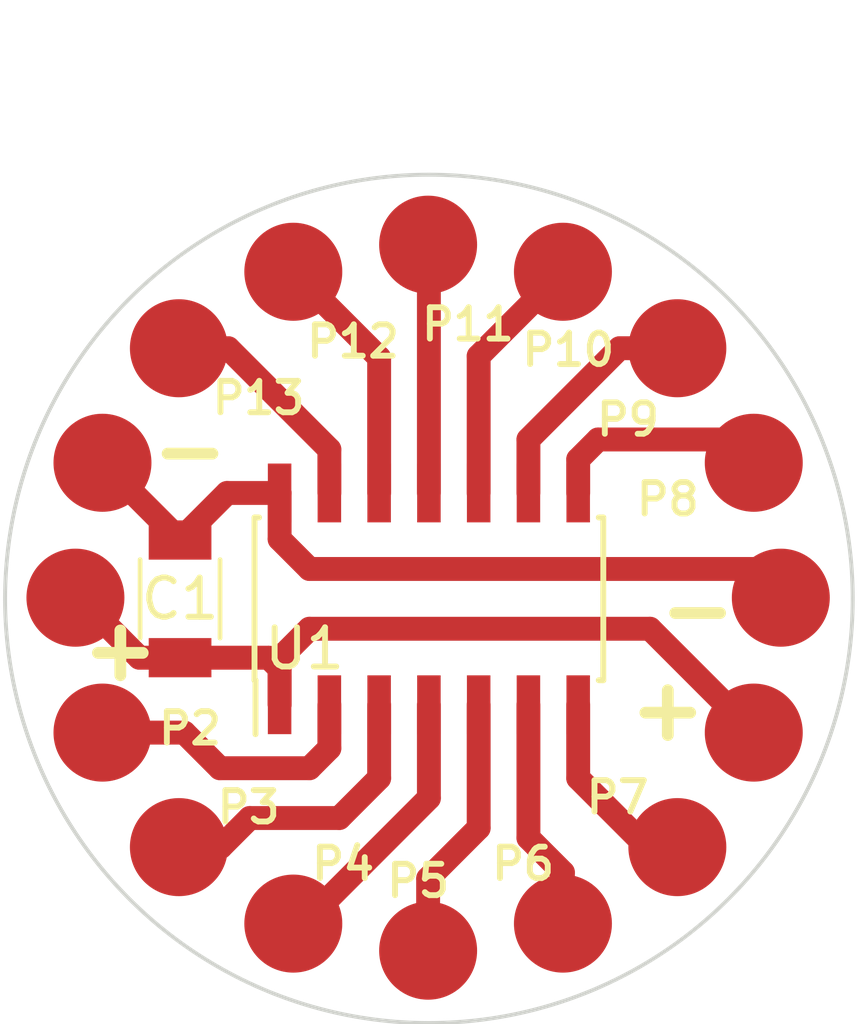
<source format=kicad_pcb>
(kicad_pcb (version 4) (host pcbnew 4.0.6)

  (general
    (links 18)
    (no_connects 0)
    (area 136.454847 76.764847 158.185153 98.495153)
    (thickness 1.6)
    (drawings 6)
    (tracks 56)
    (zones 0)
    (modules 18)
    (nets 15)
  )

  (page USLetter)
  (layers
    (0 F.Cu signal)
    (31 B.Cu signal)
    (34 B.Paste user)
    (35 F.Paste user)
    (36 B.SilkS user)
    (37 F.SilkS user)
    (38 B.Mask user)
    (39 F.Mask user)
    (40 Dwgs.User user)
    (44 Edge.Cuts user)
    (46 B.CrtYd user)
  )

  (setup
    (last_trace_width 0.1524)
    (user_trace_width 0.2032)
    (user_trace_width 0.254)
    (user_trace_width 0.3048)
    (user_trace_width 0.4064)
    (user_trace_width 0.5588)
    (user_trace_width 0.6096)
    (user_trace_width 2.032)
    (trace_clearance 0.1524)
    (zone_clearance 0.35)
    (zone_45_only no)
    (trace_min 0.1524)
    (segment_width 0.4)
    (edge_width 0.1)
    (via_size 0.6858)
    (via_drill 0.3302)
    (via_min_size 0.6858)
    (via_min_drill 0.3302)
    (user_via 1 0.5)
    (uvia_size 0.762)
    (uvia_drill 0.508)
    (uvias_allowed no)
    (uvia_min_size 0.508)
    (uvia_min_drill 0.127)
    (pcb_text_width 0.3)
    (pcb_text_size 1.5 1.5)
    (mod_edge_width 0.15)
    (mod_text_size 1 1)
    (mod_text_width 0.15)
    (pad_size 3 3)
    (pad_drill 0)
    (pad_to_mask_clearance 0)
    (aux_axis_origin 0 0)
    (grid_origin 210.82 95.25)
    (visible_elements 7FFFFFFF)
    (pcbplotparams
      (layerselection 0x010f0_80000000)
      (usegerberextensions true)
      (excludeedgelayer true)
      (linewidth 0.100000)
      (plotframeref false)
      (viasonmask false)
      (mode 1)
      (useauxorigin false)
      (hpglpennumber 1)
      (hpglpenspeed 20)
      (hpglpendiameter 15)
      (hpglpenoverlay 2)
      (psnegative false)
      (psa4output false)
      (plotreference true)
      (plotvalue true)
      (plotinvisibletext false)
      (padsonsilk false)
      (subtractmaskfromsilk false)
      (outputformat 1)
      (mirror false)
      (drillshape 0)
      (scaleselection 1)
      (outputdirectory gerbers/))
  )

  (net 0 "")
  (net 1 GND)
  (net 2 +BATT)
  (net 3 /RESET)
  (net 4 /D2)
  (net 5 /D3)
  (net 6 /D7)
  (net 7 /D8)
  (net 8 /D9)
  (net 9 /D10)
  (net 10 /D0)
  (net 11 /D1)
  (net 12 /D5-MISO)
  (net 13 /D6-SCK)
  (net 14 /D4-MOSI)

  (net_class Default "This is the default net class."
    (clearance 0.1524)
    (trace_width 0.1524)
    (via_dia 0.6858)
    (via_drill 0.3302)
    (uvia_dia 0.762)
    (uvia_drill 0.508)
    (add_net +BATT)
    (add_net /D0)
    (add_net /D1)
    (add_net /D10)
    (add_net /D2)
    (add_net /D3)
    (add_net /D4-MOSI)
    (add_net /D5-MISO)
    (add_net /D6-SCK)
    (add_net /D7)
    (add_net /D8)
    (add_net /D9)
    (add_net /RESET)
    (add_net GND)
  )

  (module footprints:SOIC-14_3.9x8.7mm_Pitch1.27mm (layer F.Cu) (tedit 5C8AB85A) (tstamp 5C62106F)
    (at 147.32 87.63 90)
    (descr "14-Lead Plastic Small Outline (SL) - Narrow, 3.90 mm Body [SOIC] (see Microchip Packaging Specification 00000049BS.pdf)")
    (tags "SOIC 1.27")
    (path /5B62CA43)
    (attr smd)
    (fp_text reference U1 (at -1.27 -3.175 360) (layer F.SilkS)
      (effects (font (size 1 1) (thickness 0.15)))
    )
    (fp_text value ATTINY84A-SSU (at 0 5.375 90) (layer F.Fab)
      (effects (font (size 1 1) (thickness 0.15)))
    )
    (fp_text user %R (at 0 0 90) (layer F.Fab)
      (effects (font (size 0.9 0.9) (thickness 0.135)))
    )
    (fp_line (start -0.95 -4.35) (end 1.95 -4.35) (layer F.Fab) (width 0.15))
    (fp_line (start 1.95 -4.35) (end 1.95 4.35) (layer F.Fab) (width 0.15))
    (fp_line (start 1.95 4.35) (end -1.95 4.35) (layer F.Fab) (width 0.15))
    (fp_line (start -1.95 4.35) (end -1.95 -3.35) (layer F.Fab) (width 0.15))
    (fp_line (start -1.95 -3.35) (end -0.95 -4.35) (layer F.Fab) (width 0.15))
    (fp_line (start -3.7 -4.65) (end -3.7 4.65) (layer F.CrtYd) (width 0.05))
    (fp_line (start 3.7 -4.65) (end 3.7 4.65) (layer F.CrtYd) (width 0.05))
    (fp_line (start -3.7 -4.65) (end 3.7 -4.65) (layer F.CrtYd) (width 0.05))
    (fp_line (start -3.7 4.65) (end 3.7 4.65) (layer F.CrtYd) (width 0.05))
    (fp_line (start -2.075 -4.45) (end -2.075 -4.425) (layer F.SilkS) (width 0.15))
    (fp_line (start 2.075 -4.45) (end 2.075 -4.335) (layer F.SilkS) (width 0.15))
    (fp_line (start 2.075 4.45) (end 2.075 4.335) (layer F.SilkS) (width 0.15))
    (fp_line (start -2.075 4.45) (end -2.075 4.335) (layer F.SilkS) (width 0.15))
    (fp_line (start -2.075 -4.45) (end 2.075 -4.45) (layer F.SilkS) (width 0.15))
    (fp_line (start -2.075 4.45) (end 2.075 4.45) (layer F.SilkS) (width 0.15))
    (fp_line (start -2.075 -4.425) (end -3.45 -4.425) (layer F.SilkS) (width 0.15))
    (pad 1 smd rect (at -2.7 -3.81 90) (size 1.5 0.6) (layers F.Cu F.Paste F.Mask)
      (net 2 +BATT))
    (pad 2 smd rect (at -2.7 -2.54 90) (size 1.5 0.6) (layers F.Cu F.Paste F.Mask)
      (net 10 /D0))
    (pad 3 smd rect (at -2.7 -1.27 90) (size 1.5 0.6) (layers F.Cu F.Paste F.Mask)
      (net 11 /D1))
    (pad 4 smd rect (at -2.7 0 90) (size 1.5 0.6) (layers F.Cu F.Paste F.Mask)
      (net 3 /RESET))
    (pad 5 smd rect (at -2.7 1.27 90) (size 1.5 0.6) (layers F.Cu F.Paste F.Mask)
      (net 4 /D2))
    (pad 6 smd rect (at -2.7 2.54 90) (size 1.5 0.6) (layers F.Cu F.Paste F.Mask)
      (net 5 /D3))
    (pad 7 smd rect (at -2.7 3.81 90) (size 1.5 0.6) (layers F.Cu F.Paste F.Mask)
      (net 14 /D4-MOSI))
    (pad 8 smd rect (at 2.7 3.81 90) (size 1.5 0.6) (layers F.Cu F.Paste F.Mask)
      (net 12 /D5-MISO))
    (pad 9 smd rect (at 2.7 2.54 90) (size 1.5 0.6) (layers F.Cu F.Paste F.Mask)
      (net 13 /D6-SCK))
    (pad 10 smd rect (at 2.7 1.27 90) (size 1.5 0.6) (layers F.Cu F.Paste F.Mask)
      (net 6 /D7))
    (pad 11 smd rect (at 2.7 0 90) (size 1.5 0.6) (layers F.Cu F.Paste F.Mask)
      (net 7 /D8))
    (pad 12 smd rect (at 2.7 -1.27 90) (size 1.5 0.6) (layers F.Cu F.Paste F.Mask)
      (net 8 /D9))
    (pad 13 smd rect (at 2.7 -2.54 90) (size 1.5 0.6) (layers F.Cu F.Paste F.Mask)
      (net 9 /D10))
    (pad 14 smd rect (at 2.7 -3.81 90) (size 1.5 0.6) (layers F.Cu F.Paste F.Mask)
      (net 1 GND))
    (model ${KISYS3DMOD}/Housings_SOIC.3dshapes/SOIC-14_3.9x8.7mm_Pitch1.27mm.wrl
      (at (xyz 0 0 0))
      (scale (xyz 1 1 1))
      (rotate (xyz 0 0 0))
    )
  )

  (module footprints:C_1206 (layer F.Cu) (tedit 5B765BF3) (tstamp 5C6213A5)
    (at 140.97 87.63 90)
    (descr "Capacitor SMD 1206, reflow soldering, AVX (see smccp.pdf)")
    (tags "capacitor 1206")
    (path /553FDF53)
    (attr smd)
    (fp_text reference C1 (at 0 0 360) (layer F.SilkS)
      (effects (font (size 1 1) (thickness 0.15)))
    )
    (fp_text value "0.1 uF" (at 0 2 90) (layer F.Fab)
      (effects (font (size 1 1) (thickness 0.15)))
    )
    (fp_text user %R (at 0 -1.75 90) (layer F.Fab)
      (effects (font (size 1 1) (thickness 0.15)))
    )
    (fp_line (start -1.6 0.8) (end -1.6 -0.8) (layer F.Fab) (width 0.1))
    (fp_line (start 1.6 0.8) (end -1.6 0.8) (layer F.Fab) (width 0.1))
    (fp_line (start 1.6 -0.8) (end 1.6 0.8) (layer F.Fab) (width 0.1))
    (fp_line (start -1.6 -0.8) (end 1.6 -0.8) (layer F.Fab) (width 0.1))
    (fp_line (start 1 -1.02) (end -1 -1.02) (layer F.SilkS) (width 0.12))
    (fp_line (start -1 1.02) (end 1 1.02) (layer F.SilkS) (width 0.12))
    (fp_line (start -2.25 -1.05) (end 2.25 -1.05) (layer F.CrtYd) (width 0.05))
    (fp_line (start -2.25 -1.05) (end -2.25 1.05) (layer F.CrtYd) (width 0.05))
    (fp_line (start 2.25 1.05) (end 2.25 -1.05) (layer F.CrtYd) (width 0.05))
    (fp_line (start 2.25 1.05) (end -2.25 1.05) (layer F.CrtYd) (width 0.05))
    (pad 1 smd rect (at -1.5 0 90) (size 1 1.6) (layers F.Cu F.Paste F.Mask)
      (net 2 +BATT))
    (pad 2 smd rect (at 1.5 0 90) (size 1 1.6) (layers F.Cu F.Paste F.Mask)
      (net 1 GND))
    (model Capacitors_SMD.3dshapes/C_1206.wrl
      (at (xyz 0 0 0))
      (scale (xyz 1 1 1))
      (rotate (xyz 0 0 0))
    )
  )

  (module footprints:Pad (layer F.Cu) (tedit 5C8AC7CE) (tstamp 5C8CC00B)
    (at 138.3 87.6)
    (path /5C8B3D58)
    (fp_text reference P1 (at 0 0) (layer F.SilkS) hide
      (effects (font (size 0.8 0.8) (thickness 0.15)))
    )
    (fp_text value CONN_01X01 (at 0 0) (layer F.Fab) hide
      (effects (font (size 0.3 0.3) (thickness 0.03175)))
    )
    (pad 1 smd circle (at 0 0) (size 2.5 2.5) (layers F.Cu F.Paste F.Mask)
      (net 2 +BATT))
  )

  (module footprints:Pad (layer F.Cu) (tedit 5C8AC7D0) (tstamp 5C8CC04C)
    (at 138.99 84.16)
    (path /5C8B43E0)
    (fp_text reference P14 (at 0 0) (layer F.SilkS) hide
      (effects (font (size 0.8 0.8) (thickness 0.15)))
    )
    (fp_text value CONN_01X01 (at 0 0) (layer F.Fab) hide
      (effects (font (size 0.3 0.3) (thickness 0.03175)))
    )
    (pad 1 smd circle (at 0 0) (size 2.5 2.5) (layers F.Cu F.Paste F.Mask)
      (net 1 GND))
  )

  (module footprints:Pad (layer F.Cu) (tedit 5C8AC77D) (tstamp 5C8CC047)
    (at 140.94 81.24)
    (path /5C8B1D6D)
    (fp_text reference P13 (at 2.032 1.27) (layer F.SilkS)
      (effects (font (size 0.8 0.8) (thickness 0.15)))
    )
    (fp_text value CONN_01X01 (at 0 0) (layer F.Fab) hide
      (effects (font (size 0.3 0.3) (thickness 0.03175)))
    )
    (pad 1 smd circle (at 0 0) (size 2.5 2.5) (layers F.Cu F.Paste F.Mask)
      (net 9 /D10))
  )

  (module footprints:Pad (layer F.Cu) (tedit 5C8AC77A) (tstamp 5C8CC042)
    (at 143.86 79.29)
    (path /5C8B2881)
    (fp_text reference P12 (at 1.524 1.778) (layer F.SilkS)
      (effects (font (size 0.8 0.8) (thickness 0.15)))
    )
    (fp_text value CONN_01X01 (at 0 0) (layer F.Fab) hide
      (effects (font (size 0.3 0.3) (thickness 0.03175)))
    )
    (pad 1 smd circle (at 0 0) (size 2.5 2.5) (layers F.Cu F.Paste F.Mask)
      (net 8 /D9))
  )

  (module footprints:Pad (layer F.Cu) (tedit 5C8AC778) (tstamp 5C8CC03D)
    (at 147.3 78.6)
    (path /5C8B28D9)
    (fp_text reference P11 (at 1.016 2.032) (layer F.SilkS)
      (effects (font (size 0.8 0.8) (thickness 0.15)))
    )
    (fp_text value CONN_01X01 (at 0 0) (layer F.Fab) hide
      (effects (font (size 0.3 0.3) (thickness 0.03175)))
    )
    (pad 1 smd circle (at 0 0) (size 2.5 2.5) (layers F.Cu F.Paste F.Mask)
      (net 7 /D8))
  )

  (module footprints:Pad (layer F.Cu) (tedit 5C8AD37B) (tstamp 5C8CC038)
    (at 150.74 79.29)
    (path /5C8B2934)
    (fp_text reference P10 (at 0.136 1.99) (layer F.SilkS)
      (effects (font (size 0.8 0.8) (thickness 0.15)))
    )
    (fp_text value CONN_01X01 (at 0 0) (layer F.Fab) hide
      (effects (font (size 0.3 0.3) (thickness 0.03175)))
    )
    (pad 1 smd circle (at 0 0) (size 2.5 2.5) (layers F.Cu F.Paste F.Mask)
      (net 6 /D7))
  )

  (module footprints:Pad (layer F.Cu) (tedit 5C8AD384) (tstamp 5C8CC033)
    (at 153.66 81.24)
    (path /5C8B2992)
    (fp_text reference P9 (at -1.26 1.818) (layer F.SilkS)
      (effects (font (size 0.8 0.8) (thickness 0.15)))
    )
    (fp_text value CONN_01X01 (at 0 0) (layer F.Fab) hide
      (effects (font (size 0.3 0.3) (thickness 0.03175)))
    )
    (pad 1 smd circle (at 0 0) (size 2.5 2.5) (layers F.Cu F.Paste F.Mask)
      (net 13 /D6-SCK))
  )

  (module footprints:Pad (layer F.Cu) (tedit 5C8AD381) (tstamp 5C8CC02E)
    (at 155.61 84.16)
    (path /5C8B29F3)
    (fp_text reference P8 (at -2.194 0.93) (layer F.SilkS)
      (effects (font (size 0.8 0.8) (thickness 0.15)))
    )
    (fp_text value CONN_01X01 (at 0 0) (layer F.Fab) hide
      (effects (font (size 0.3 0.3) (thickness 0.03175)))
    )
    (pad 1 smd circle (at 0 0) (size 2.5 2.5) (layers F.Cu F.Paste F.Mask)
      (net 12 /D5-MISO))
  )

  (module footprints:Pad (layer F.Cu) (tedit 5C8AC7D9) (tstamp 5C8CC0F1)
    (at 155.61 91.04)
    (path /5C8B6080)
    (fp_text reference PP1 (at 0 0) (layer F.SilkS) hide
      (effects (font (size 0.8 0.8) (thickness 0.15)))
    )
    (fp_text value CONN_01X01 (at 0 0) (layer F.Fab) hide
      (effects (font (size 0.3 0.3) (thickness 0.03175)))
    )
    (pad 1 smd circle (at 0 0) (size 2.5 2.5) (layers F.Cu F.Paste F.Mask)
      (net 2 +BATT))
  )

  (module footprints:Pad (layer F.Cu) (tedit 5C8AC7E1) (tstamp 5C8CC0EC)
    (at 156.3 87.6)
    (path /5C8B4D1B)
    (fp_text reference PG1 (at 0 0) (layer F.SilkS) hide
      (effects (font (size 0.8 0.8) (thickness 0.15)))
    )
    (fp_text value CONN_01X01 (at 0 0) (layer F.Fab) hide
      (effects (font (size 0.3 0.3) (thickness 0.03175)))
    )
    (pad 1 smd circle (at 0 0) (size 2.5 2.5) (layers F.Cu F.Paste F.Mask)
      (net 1 GND))
  )

  (module footprints:Pad (layer F.Cu) (tedit 5C8AC767) (tstamp 5C8CC029)
    (at 153.66 93.96)
    (path /5C8B2A57)
    (fp_text reference P7 (at -1.524 -1.27) (layer F.SilkS)
      (effects (font (size 0.8 0.8) (thickness 0.15)))
    )
    (fp_text value CONN_01X01 (at 0 0) (layer F.Fab) hide
      (effects (font (size 0.3 0.3) (thickness 0.03175)))
    )
    (pad 1 smd circle (at 0 0) (size 2.5 2.5) (layers F.Cu F.Paste F.Mask)
      (net 14 /D4-MOSI))
  )

  (module footprints:Pad (layer F.Cu) (tedit 5C8AC765) (tstamp 5C8CC024)
    (at 150.74 95.91)
    (path /5C8B2ABE)
    (fp_text reference P6 (at -1.016 -1.524) (layer F.SilkS)
      (effects (font (size 0.8 0.8) (thickness 0.15)))
    )
    (fp_text value CONN_01X01 (at 0 0) (layer F.Fab) hide
      (effects (font (size 0.3 0.3) (thickness 0.03175)))
    )
    (pad 1 smd circle (at 0 0) (size 2.5 2.5) (layers F.Cu F.Paste F.Mask)
      (net 5 /D3))
  )

  (module footprints:Pad (layer F.Cu) (tedit 5C8AC763) (tstamp 5C8CC01F)
    (at 147.3 96.6)
    (path /5C8B2F6B)
    (fp_text reference P5 (at -0.254 -1.778) (layer F.SilkS)
      (effects (font (size 0.8 0.8) (thickness 0.15)))
    )
    (fp_text value CONN_01X01 (at 0 0) (layer F.Fab) hide
      (effects (font (size 0.3 0.3) (thickness 0.03175)))
    )
    (pad 1 smd circle (at 0 0) (size 2.5 2.5) (layers F.Cu F.Paste F.Mask)
      (net 4 /D2))
  )

  (module footprints:Pad (layer F.Cu) (tedit 5C8AC760) (tstamp 5C8CC01A)
    (at 143.86 95.91)
    (path /5C8B2FDE)
    (fp_text reference P4 (at 1.27 -1.524) (layer F.SilkS)
      (effects (font (size 0.8 0.8) (thickness 0.15)))
    )
    (fp_text value CONN_01X01 (at 0 0) (layer F.Fab) hide
      (effects (font (size 0.3 0.3) (thickness 0.03175)))
    )
    (pad 1 smd circle (at 0 0) (size 2.5 2.5) (layers F.Cu F.Paste F.Mask)
      (net 3 /RESET))
  )

  (module footprints:Pad (layer F.Cu) (tedit 5C8AC75E) (tstamp 5C8CC015)
    (at 140.94 93.96)
    (path /5C8B2EF7)
    (fp_text reference P3 (at 1.778 -1.016) (layer F.SilkS)
      (effects (font (size 0.8 0.8) (thickness 0.15)))
    )
    (fp_text value CONN_01X01 (at 0 0) (layer F.Fab) hide
      (effects (font (size 0.3 0.3) (thickness 0.03175)))
    )
    (pad 1 smd circle (at 0 0) (size 2.5 2.5) (layers F.Cu F.Paste F.Mask)
      (net 11 /D1))
  )

  (module footprints:Pad (layer F.Cu) (tedit 5C8AD366) (tstamp 5C8CC010)
    (at 138.99 91.04)
    (path /5C8B2D08)
    (fp_text reference P2 (at 2.234 -0.108) (layer F.SilkS)
      (effects (font (size 0.8 0.8) (thickness 0.15)))
    )
    (fp_text value CONN_01X01 (at 0 0) (layer F.Fab) hide
      (effects (font (size 0.3 0.3) (thickness 0.03175)))
    )
    (pad 1 smd circle (at 0 0) (size 2.5 2.5) (layers F.Cu F.Paste F.Mask)
      (net 10 /D0))
  )

  (dimension 21.59 (width 0.3) (layer Dwgs.User)
    (gr_text "0.85 in" (at 147.32 74.215) (layer Dwgs.User)
      (effects (font (size 1.5 1.5) (thickness 0.3)))
    )
    (feature1 (pts (xy 158.115 87.63) (xy 158.115 72.865)))
    (feature2 (pts (xy 136.525 87.63) (xy 136.525 72.865)))
    (crossbar (pts (xy 136.525 75.565) (xy 158.115 75.565)))
    (arrow1a (pts (xy 158.115 75.565) (xy 156.988496 76.151421)))
    (arrow1b (pts (xy 158.115 75.565) (xy 156.988496 74.978579)))
    (arrow2a (pts (xy 136.525 75.565) (xy 137.651504 76.151421)))
    (arrow2b (pts (xy 136.525 75.565) (xy 137.651504 74.978579)))
  )
  (gr_text - (at 154.178 87.884) (layer F.SilkS)
    (effects (font (size 1.5 1.5) (thickness 0.3)))
  )
  (gr_text - (at 141.224 83.82) (layer F.SilkS)
    (effects (font (size 1.5 1.5) (thickness 0.3)))
  )
  (gr_text + (at 153.416 90.424) (layer F.SilkS)
    (effects (font (size 1.5 1.5) (thickness 0.3)))
  )
  (gr_text + (at 139.446 88.9) (layer F.SilkS)
    (effects (font (size 1.5 1.5) (thickness 0.3)))
  )
  (gr_circle (center 147.32 87.63) (end 149.098 98.298) (layer Edge.Cuts) (width 0.1))

  (segment (start 143.51 84.93) (end 143.51 86.106) (width 0.6096) (layer F.Cu) (net 1))
  (segment (start 144.272 86.868) (end 155.568 86.868) (width 0.6096) (layer F.Cu) (net 1) (tstamp 5C8CC29B))
  (segment (start 143.51 86.106) (end 144.272 86.868) (width 0.6096) (layer F.Cu) (net 1) (tstamp 5C8CC29A))
  (segment (start 155.568 86.868) (end 156.3 87.6) (width 0.6096) (layer F.Cu) (net 1) (tstamp 5C8CC29C))
  (segment (start 138.99 84.16) (end 139 84.16) (width 0.6096) (layer F.Cu) (net 1))
  (segment (start 139 84.16) (end 140.97 86.13) (width 0.6096) (layer F.Cu) (net 1) (tstamp 5C8CC271))
  (segment (start 143.51 84.93) (end 142.17 84.93) (width 0.6096) (layer F.Cu) (net 1))
  (segment (start 142.17 84.93) (end 140.97 86.13) (width 0.6096) (layer F.Cu) (net 1) (tstamp 5C8CC26E))
  (segment (start 143.51 90.33) (end 143.51 89.154) (width 0.6096) (layer F.Cu) (net 2))
  (segment (start 152.962 88.392) (end 155.61 91.04) (width 0.6096) (layer F.Cu) (net 2) (tstamp 5C8CC2A1))
  (segment (start 144.272 88.392) (end 152.962 88.392) (width 0.6096) (layer F.Cu) (net 2) (tstamp 5C8CC2A0))
  (segment (start 143.51 89.154) (end 144.272 88.392) (width 0.6096) (layer F.Cu) (net 2) (tstamp 5C8CC29F))
  (segment (start 140.97 89.13) (end 143.232 89.13) (width 0.6096) (layer F.Cu) (net 2))
  (segment (start 143.51 89.408) (end 143.51 90.33) (width 0.6096) (layer F.Cu) (net 2) (tstamp 5C8CC279))
  (segment (start 143.232 89.13) (end 143.51 89.408) (width 0.6096) (layer F.Cu) (net 2) (tstamp 5C8CC278))
  (segment (start 138.3 87.6) (end 138.4 87.6) (width 0.6096) (layer F.Cu) (net 2))
  (segment (start 138.4 87.6) (end 139.93 89.13) (width 0.6096) (layer F.Cu) (net 2) (tstamp 5C8CC274))
  (segment (start 139.93 89.13) (end 140.97 89.13) (width 0.6096) (layer F.Cu) (net 2) (tstamp 5C8CC275))
  (segment (start 143.86 95.91) (end 144.12 95.91) (width 0.6096) (layer F.Cu) (net 3))
  (segment (start 144.12 95.91) (end 147.32 92.71) (width 0.6096) (layer F.Cu) (net 3) (tstamp 5C8CC288))
  (segment (start 147.32 92.71) (end 147.32 90.33) (width 0.6096) (layer F.Cu) (net 3) (tstamp 5C8CC289))
  (segment (start 147.3 96.6) (end 147.3 94.762) (width 0.6096) (layer F.Cu) (net 4))
  (segment (start 148.59 93.472) (end 148.59 90.33) (width 0.6096) (layer F.Cu) (net 4) (tstamp 5C8CC28D))
  (segment (start 147.3 94.762) (end 148.59 93.472) (width 0.6096) (layer F.Cu) (net 4) (tstamp 5C8CC28C))
  (segment (start 150.74 95.91) (end 150.74 94.606) (width 0.6096) (layer F.Cu) (net 5))
  (segment (start 149.86 93.726) (end 149.86 90.33) (width 0.6096) (layer F.Cu) (net 5) (tstamp 5C8CC291))
  (segment (start 150.74 94.606) (end 149.86 93.726) (width 0.6096) (layer F.Cu) (net 5) (tstamp 5C8CC290))
  (segment (start 148.59 84.93) (end 148.59 81.44) (width 0.6096) (layer F.Cu) (net 6))
  (segment (start 148.59 81.44) (end 150.74 79.29) (width 0.6096) (layer F.Cu) (net 6) (tstamp 5C8CC262))
  (segment (start 147.32 84.93) (end 147.32 78.62) (width 0.6096) (layer F.Cu) (net 7))
  (segment (start 147.32 78.62) (end 147.3 78.6) (width 0.6096) (layer F.Cu) (net 7) (tstamp 5C8CC25F))
  (segment (start 146.05 84.93) (end 146.05 81.48) (width 0.6096) (layer F.Cu) (net 8))
  (segment (start 146.05 81.48) (end 143.86 79.29) (width 0.6096) (layer F.Cu) (net 8) (tstamp 5C8CC258))
  (segment (start 144.78 84.93) (end 144.78 83.82) (width 0.6096) (layer F.Cu) (net 9))
  (segment (start 142.2 81.24) (end 140.94 81.24) (width 0.6096) (layer F.Cu) (net 9) (tstamp 5C8CC25C))
  (segment (start 144.78 83.82) (end 142.2 81.24) (width 0.6096) (layer F.Cu) (net 9) (tstamp 5C8CC25B))
  (segment (start 138.99 91.04) (end 141.078 91.04) (width 0.6096) (layer F.Cu) (net 10))
  (segment (start 144.78 91.44) (end 144.78 90.33) (width 0.6096) (layer F.Cu) (net 10) (tstamp 5C8CC27F))
  (segment (start 144.272 91.948) (end 144.78 91.44) (width 0.6096) (layer F.Cu) (net 10) (tstamp 5C8CC27E))
  (segment (start 141.986 91.948) (end 144.272 91.948) (width 0.6096) (layer F.Cu) (net 10) (tstamp 5C8CC27D))
  (segment (start 141.078 91.04) (end 141.986 91.948) (width 0.6096) (layer F.Cu) (net 10) (tstamp 5C8CC27C))
  (segment (start 140.94 93.96) (end 142.006 93.96) (width 0.6096) (layer F.Cu) (net 11))
  (segment (start 142.006 93.96) (end 142.748 93.218) (width 0.6096) (layer F.Cu) (net 11) (tstamp 5C8CC282))
  (segment (start 142.748 93.218) (end 145.034 93.218) (width 0.6096) (layer F.Cu) (net 11) (tstamp 5C8CC283))
  (segment (start 145.034 93.218) (end 146.05 92.202) (width 0.6096) (layer F.Cu) (net 11) (tstamp 5C8CC284))
  (segment (start 146.05 92.202) (end 146.05 90.33) (width 0.6096) (layer F.Cu) (net 11) (tstamp 5C8CC285))
  (segment (start 151.13 84.93) (end 151.13 84.074) (width 0.6096) (layer F.Cu) (net 12))
  (segment (start 151.638 83.566) (end 155.016 83.566) (width 0.6096) (layer F.Cu) (net 12) (tstamp 5C8CC26A))
  (segment (start 151.13 84.074) (end 151.638 83.566) (width 0.6096) (layer F.Cu) (net 12) (tstamp 5C8CC269))
  (segment (start 155.016 83.566) (end 155.61 84.16) (width 0.6096) (layer F.Cu) (net 12) (tstamp 5C8CC26B))
  (segment (start 149.86 84.93) (end 149.86 83.566) (width 0.6096) (layer F.Cu) (net 13))
  (segment (start 152.186 81.24) (end 153.66 81.24) (width 0.6096) (layer F.Cu) (net 13) (tstamp 5C8CC266))
  (segment (start 149.86 83.566) (end 152.186 81.24) (width 0.6096) (layer F.Cu) (net 13) (tstamp 5C8CC265))
  (segment (start 153.66 93.96) (end 152.888 93.96) (width 0.6096) (layer F.Cu) (net 14))
  (segment (start 152.888 93.96) (end 151.13 92.202) (width 0.6096) (layer F.Cu) (net 14) (tstamp 5C8CC294))
  (segment (start 151.13 92.202) (end 151.13 90.33) (width 0.6096) (layer F.Cu) (net 14) (tstamp 5C8CC295))

)

</source>
